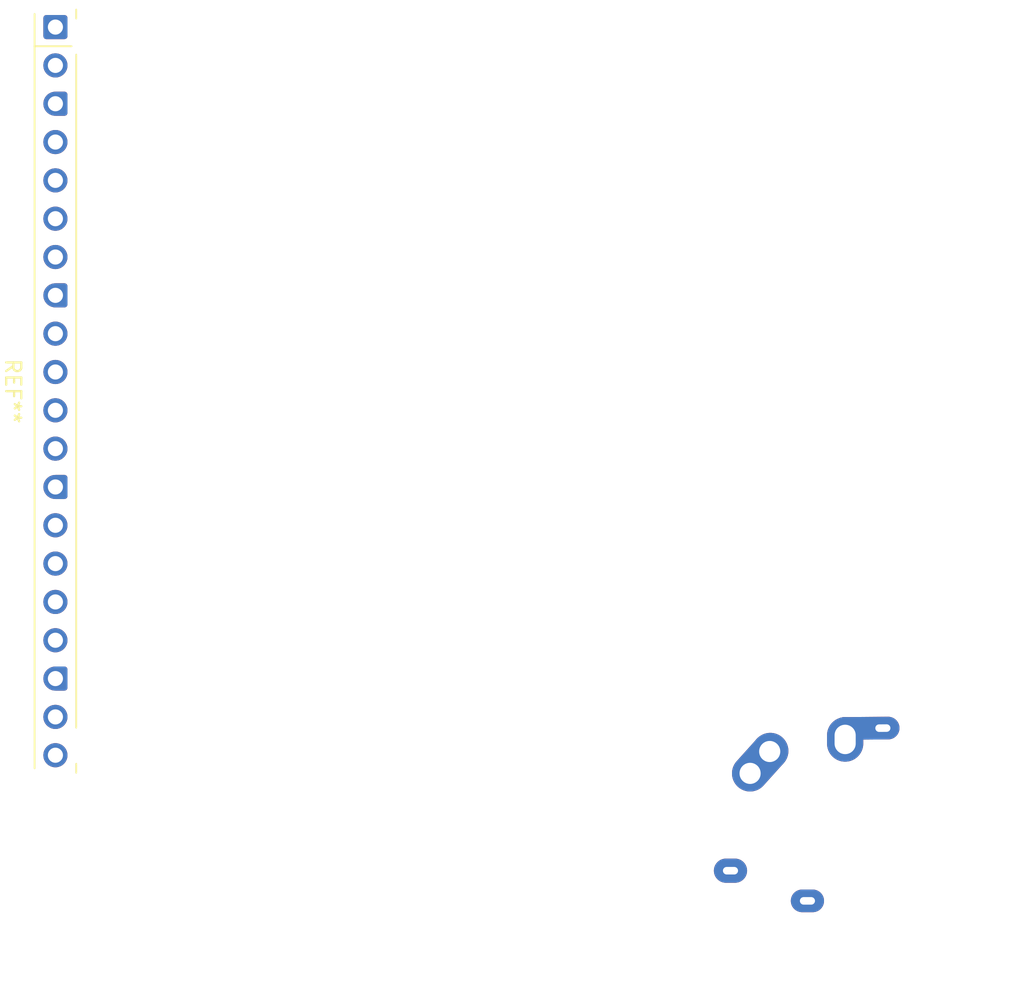
<source format=kicad_pcb>
(kicad_pcb (version 20240108) (generator "pcbnew") (generator_version "8.0")
  (layers (0 "F.Cu" signal) (31 "B.Cu" signal) (34 "B.Paste" user) (35 "F.Paste" user) (36 "B.SilkS" user "B.Silkscreen") (37 "F.SilkS" user "F.Silkscreen") (38 "B.Mask" user) (39 "F.Mask" user) (44 "Edge.Cuts" user))
  (net 0 "")
  (footprint "Module_RaspberryPi_Pico:RaspberryPi_Pico_PinSocket_1x20_P2.54mm_Vertical" (layer "F.Cu") (at 199.907579 7.936921)
    (property "Reference" "REF**" (at -2.2225 24.13 -90) (layer "F.SilkS") (effects (justify top)))
    (property "Value" "RaspberryPi_Pico_PinSocket_1x20_P2.54mm_Vertical")
    (fp_line (start -1.38 -0.87) (end -1.38 49.13) (stroke (width 0.12)) (layer "F.SilkS"))
    (fp_line (start -1.38 1.27) (end 1.07052 1.27) (stroke (width 0.12)) (layer "F.SilkS"))
    (fp_line (start 1.38 -1.16) (end 1.38 -0.56648) (stroke (width 0.12)) (layer "F.SilkS"))
    (fp_line (start 1.38 1.82648) (end 1.38 46.43352) (stroke (width 0.12)) (layer "F.SilkS"))
    (fp_line (start 1.38 49.42) (end 1.38 48.82648) (stroke (width 0.12)) (layer "F.SilkS"))
    (pad "1" thru_hole roundrect (at 0 0) (size 1.6 1.6) (drill 1) (layers "*.Cu" "*.Mask") (roundrect_rratio 0.125))
    (pad "2" thru_hole circle (at 0 2.54) (size 1.6 1.6) (drill 1) (layers "*.Cu" "*.Mask"))
    (pad "3" thru_hole custom (at 0 5.08) (size 1.6 1.6) (drill 1) (layers "*.Cu" "*.Mask") (options (clearance outline) (anchor circle)) (primitives (gr_poly (pts (xy 0.8 0.6) (xy 0.8 -0.6) (xy 0.6 -0.8) (xy 0 -0.8) (xy 0 0.8) (xy 0.6 0.8)) (width 0) (fill yes)) (gr_circle (center 0.6 0.6) (end 0.8 0.6) (width 0) (fill yes)) (gr_circle (center 0.6 -0.6) (end 0.8 -0.6) (width 0) (fill yes))))
    (pad "4" thru_hole circle (at 0 7.62) (size 1.6 1.6) (drill 1) (layers "*.Cu" "*.Mask"))
    (pad "5" thru_hole circle (at 0 10.16) (size 1.6 1.6) (drill 1) (layers "*.Cu" "*.Mask"))
    (pad "6" thru_hole circle (at 0 12.7) (size 1.6 1.6) (drill 1) (layers "*.Cu" "*.Mask"))
    (pad "7" thru_hole circle (at 0 15.24) (size 1.6 1.6) (drill 1) (layers "*.Cu" "*.Mask"))
    (pad "8" thru_hole custom (at 0 17.78) (size 1.6 1.6) (drill 1) (layers "*.Cu" "*.Mask") (options (clearance outline) (anchor circle)) (primitives (gr_poly (pts (xy 0.8 0.6) (xy 0.8 -0.6) (xy 0.6 -0.8) (xy 0 -0.8) (xy 0 0.8) (xy 0.6 0.8)) (width 0) (fill yes)) (gr_circle (center 0.6 0.6) (end 0.8 0.6) (width 0) (fill yes)) (gr_circle (center 0.6 -0.6) (end 0.8 -0.6) (width 0) (fill yes))))
    (pad "9" thru_hole circle (at 0 20.32) (size 1.6 1.6) (drill 1) (layers "*.Cu" "*.Mask"))
    (pad "10" thru_hole circle (at 0 22.86) (size 1.6 1.6) (drill 1) (layers "*.Cu" "*.Mask"))
    (pad "11" thru_hole circle (at 0 25.4) (size 1.6 1.6) (drill 1) (layers "*.Cu" "*.Mask"))
    (pad "12" thru_hole circle (at 0 27.94) (size 1.6 1.6) (drill 1) (layers "*.Cu" "*.Mask"))
    (pad "13" thru_hole custom (at 0 30.48) (size 1.6 1.6) (drill 1) (layers "*.Cu" "*.Mask") (options (clearance outline) (anchor circle)) (primitives (gr_poly (pts (xy 0.8 0.6) (xy 0.8 -0.6) (xy 0.6 -0.8) (xy 0 -0.8) (xy 0 0.8) (xy 0.6 0.8)) (width 0) (fill yes)) (gr_circle (center 0.6 0.6) (end 0.8 0.6) (width 0) (fill yes)) (gr_circle (center 0.6 -0.6) (end 0.8 -0.6) (width 0) (fill yes))))
    (pad "14" thru_hole circle (at 0 33.02) (size 1.6 1.6) (drill 1) (layers "*.Cu" "*.Mask"))
    (pad "15" thru_hole circle (at 0 35.56) (size 1.6 1.6) (drill 1) (layers "*.Cu" "*.Mask"))
    (pad "16" thru_hole circle (at 0 38.1) (size 1.6 1.6) (drill 1) (layers "*.Cu" "*.Mask"))
    (pad "17" thru_hole circle (at 0 40.64) (size 1.6 1.6) (drill 1) (layers "*.Cu" "*.Mask"))
    (pad "18" thru_hole custom (at 0 43.18) (size 1.6 1.6) (drill 1) (layers "*.Cu" "*.Mask") (options (clearance outline) (anchor circle)) (primitives (gr_poly (pts (xy 0.8 0.6) (xy 0.8 -0.6) (xy 0.6 -0.8) (xy 0 -0.8) (xy 0 0.8) (xy 0.6 0.8)) (width 0) (fill yes)) (gr_circle (center 0.6 0.6) (end 0.8 0.6) (width 0) (fill yes)) (gr_circle (center 0.6 -0.6) (end 0.8 -0.6) (width 0) (fill yes))))
    (pad "19" thru_hole circle (at 0 45.72) (size 1.6 1.6) (drill 1) (layers "*.Cu" "*.Mask"))
    (pad "20" thru_hole circle (at 0 48.26) (size 1.6 1.6) (drill 1) (layers "*.Cu" "*.Mask"))
  )
  (footprint "kbd:keyswitch_cherrymx_alps_choc12_1.5u" (layer "F.Cu") (at 249.75 59.95)
    (property "Reference" "SW*" (hide yes))
    (property "Value" "SW_PUSH" (hide yes))
    (pad "" np_thru_hole circle (at -5.5 0 90) (size 1.8 1.8) (drill 1.8) (layers "*.Cu"))
    (pad "" np_thru_hole circle (at -5.08 0) (size 1.7 1.7) (drill 1.7) (layers "*.Cu"))
    (pad "" np_thru_hole circle (at 0 0 90) (size 4.9 4.9) (drill 4.9) (layers "*.Cu"))
    (pad "" np_thru_hole circle (at 5.08 0) (size 1.7 1.7) (drill 1.7) (layers "*.Cu"))
    (pad "" np_thru_hole circle (at 5.5 0 90) (size 1.8 1.8) (drill 1.8) (layers "*.Cu"))
    (pad "1" thru_hole oval (at -5.1 3.9) (size 2.2 1.6) (drill oval 1 0.5) (layers "*.Cu" "B.Mask"))
    (pad "1" thru_hole oval (at -3.8 -2.55 318) (size 2.4 4.4) (drill 1.4 (offset 0 -1)) (layers "*.Cu" "B.Mask"))
    (pad "1" thru_hole circle (at -2.5 -4) (size 2.4 2.4) (drill 1.4) (layers "*.Cu" "B.Mask"))
    (pad "2" thru_hole oval (at 0 5.9) (size 2.2 1.5) (drill oval 1 0.5) (layers "*.Cu" "B.Mask"))
    (pad "2" thru_hole oval (at 2.5 -4.8) (size 2.4 2.95) (drill oval 1.4 1.95) (layers "*.Cu" "B.Mask"))
    (pad "2" thru_hole oval (at 5 -5.55 0.5) (size 4.4 1.5) (drill oval 1 0.5 (offset -1.1 0)) (layers "*.Cu" "B.Mask"))
  )
)
</source>
